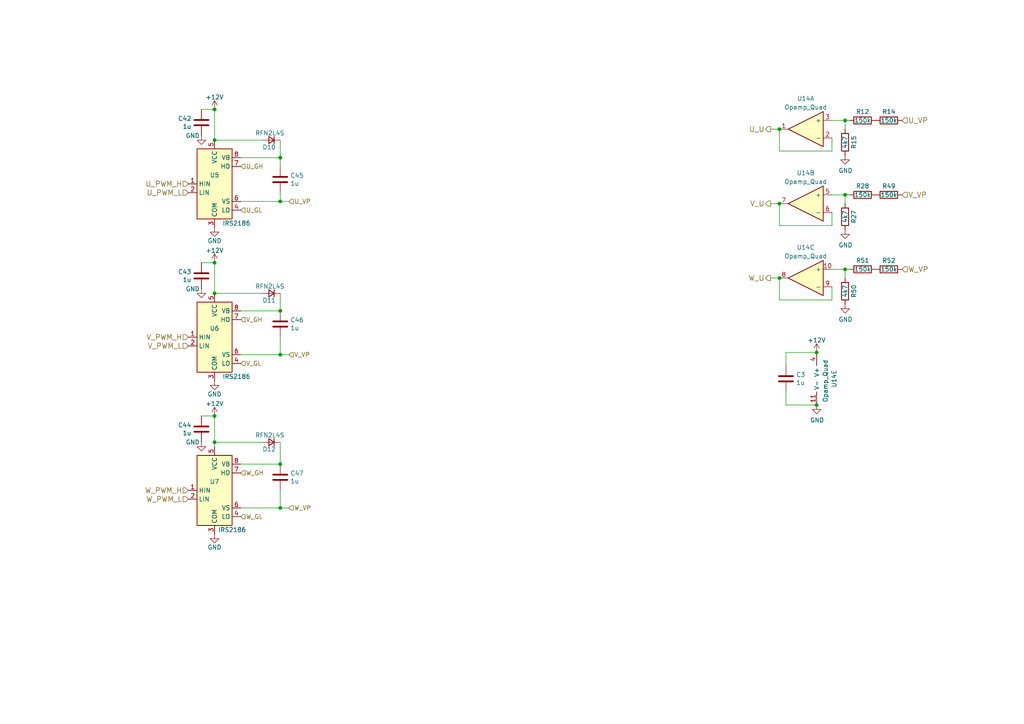
<source format=kicad_sch>
(kicad_sch (version 20230121) (generator eeschema)
  (paper "A4")
  (title_block (title "HSWR MOSFET Driver") (date "2017-02-05") (rev "4.0"))
  (lib_symbols
    (symbol "Device:C" (pin_numbers hide) (pin_names (offset 0.254))
      (property "Reference" "C" (at 0.635 2.54 0))
      (property "Value" "C" (at 0.635 -2.54 0))
      (symbol "C_0_1"
        (polyline (pts (xy -2.032 -0.762) (xy 2.032 -0.762)) (stroke (width 0.508)))
        (polyline (pts (xy -2.032 0.762) (xy 2.032 0.762)) (stroke (width 0.508)))
      )
      (symbol "C_1_1"
        (pin passive line (at 0 3.81 270) (length 2.794) (name "~") (number "1"))
        (pin passive line (at 0 -3.81 90) (length 2.794) (name "~") (number "2"))
      )
    )
    (symbol "Device:D_Small" (pin_numbers hide) (pin_names (offset 0.254) hide)
      (property "Reference" "D" (at -1.27 2.032 0))
      (property "Value" "D_Small" (at -3.81 -2.032 0))
      (symbol "D_Small_0_1"
        (polyline (pts (xy -0.762 -1.016) (xy -0.762 1.016)) (stroke (width 0.254)))
        (polyline (pts (xy -0.762 0) (xy 0.762 0)))
        (polyline (pts (xy 0.762 -1.016) (xy -0.762 0) (xy 0.762 1.016) (xy 0.762 -1.016)) (stroke (width 0.254)))
      )
      (symbol "D_Small_1_1"
        (pin passive line (at -2.54 0 0) (length 1.778) (name "K") (number "1"))
        (pin passive line (at 2.54 0 180) (length 1.778) (name "A") (number "2"))
      )
    )
    (symbol "Device:Opamp_Quad"
      (property "Reference" "U" (at 0 5.08 0))
      (property "Value" "Opamp_Quad" (at 0 -5.08 0))
      (symbol "Opamp_Quad_1_1"
        (polyline (pts (xy -5.08 5.08) (xy 5.08 0) (xy -5.08 -5.08) (xy -5.08 5.08)) (stroke (width 0.254)) (fill (type background)))
        (pin output line (at 7.62 0 180) (length 2.54) (name "~") (number "1"))
        (pin input line (at -7.62 -2.54 0) (length 2.54) (name "-") (number "2"))
        (pin input line (at -7.62 2.54 0) (length 2.54) (name "+") (number "3"))
      )
      (symbol "Opamp_Quad_2_1"
        (polyline (pts (xy -5.08 5.08) (xy 5.08 0) (xy -5.08 -5.08) (xy -5.08 5.08)) (stroke (width 0.254)) (fill (type background)))
        (pin input line (at -7.62 2.54 0) (length 2.54) (name "+") (number "5"))
        (pin input line (at -7.62 -2.54 0) (length 2.54) (name "-") (number "6"))
        (pin output line (at 7.62 0 180) (length 2.54) (name "~") (number "7"))
      )
      (symbol "Opamp_Quad_3_1"
        (polyline (pts (xy -5.08 5.08) (xy 5.08 0) (xy -5.08 -5.08) (xy -5.08 5.08)) (stroke (width 0.254)) (fill (type background)))
        (pin input line (at -7.62 2.54 0) (length 2.54) (name "+") (number "10"))
        (pin output line (at 7.62 0 180) (length 2.54) (name "~") (number "8"))
        (pin input line (at -7.62 -2.54 0) (length 2.54) (name "-") (number "9"))
      )
      (symbol "Opamp_Quad_4_1"
        (polyline (pts (xy -5.08 5.08) (xy 5.08 0) (xy -5.08 -5.08) (xy -5.08 5.08)) (stroke (width 0.254)) (fill (type background)))
        (pin input line (at -7.62 2.54 0) (length 2.54) (name "+") (number "12"))
        (pin input line (at -7.62 -2.54 0) (length 2.54) (name "-") (number "13"))
        (pin output line (at 7.62 0 180) (length 2.54) (name "~") (number "14"))
      )
      (symbol "Opamp_Quad_5_1"
        (pin power_in line (at -2.54 -7.62 90) (length 3.81) (name "V-") (number "11"))
        (pin power_in line (at -2.54 7.62 270) (length 3.81) (name "V+") (number "4"))
      )
    )
    (symbol "Device:R" (pin_numbers hide) (pin_names (offset 0))
      (property "Reference" "R" (at 2.032 0 90))
      (property "Value" "R" (at 0 0 90))
      (symbol "R_0_1"
        (rectangle (start -1.016 -2.54) (end 1.016 2.54) (stroke (width 0.254)))
      )
      (symbol "R_1_1"
        (pin passive line (at 0 3.81 270) (length 1.27) (name "~") (number "1"))
        (pin passive line (at 0 -3.81 90) (length 1.27) (name "~") (number "2"))
      )
    )
    (symbol "Driver_FET:IRS2186"
      (property "Reference" "U" (at 1.27 13.335 0))
      (property "Value" "IRS2186" (at 1.27 11.43 0))
      (symbol "IRS2186_0_1"
        (rectangle (start -5.08 -10.16) (end 5.08 10.16) (stroke (width 0.254)) (fill (type background)))
      )
      (symbol "IRS2186_1_1"
        (pin input line (at -7.62 0 0) (length 2.54) (name "HIN") (number "1"))
        (pin input line (at -7.62 -2.54 0) (length 2.54) (name "LIN") (number "2"))
        (pin power_in line (at 0 -12.7 90) (length 2.54) (name "COM") (number "3"))
        (pin output line (at 7.62 -7.62 180) (length 2.54) (name "LO") (number "4"))
        (pin power_in line (at 0 12.7 270) (length 2.54) (name "VCC") (number "5"))
        (pin passive line (at 7.62 -5.08 180) (length 2.54) (name "VS") (number "6"))
        (pin output line (at 7.62 5.08 180) (length 2.54) (name "HO") (number "7"))
        (pin passive line (at 7.62 7.62 180) (length 2.54) (name "VB") (number "8"))
      )
    )
    (symbol "power:+12V" (power) (pin_names (offset 0))
      (property "Value" "+12V" (at 0 3.556 0))
      (symbol "+12V_0_1"
        (polyline (pts (xy -0.762 1.27) (xy 0 2.54)))
        (polyline (pts (xy 0 0) (xy 0 2.54)))
        (polyline (pts (xy 0 2.54) (xy 0.762 1.27)))
      )
      (symbol "+12V_1_1"
        (pin power_in line (at 0 0 90) (length 0) hide (name "+12V") (number "1"))
      )
    )
    (symbol "power:GND" (power) (pin_names (offset 0))
      (property "Value" "GND" (at 0 -3.81 0))
      (symbol "GND_0_1"
        (polyline (pts (xy 0 0) (xy 0 -1.27) (xy 1.27 -1.27) (xy 0 -2.54) (xy -1.27 -1.27) (xy 0 -1.27)))
      )
      (symbol "GND_1_1"
        (pin power_in line (at 0 0 270) (length 0) hide (name "GND") (number "1"))
      )
    )
  )
  (junction (at 81.28 58.42))
  (junction (at 81.28 90.17))
  (junction (at 81.28 147.32))
  (junction (at 245.11 34.925))
  (junction (at 62.23 76.2))
  (junction (at 245.11 56.515))
  (junction (at 81.28 45.72))
  (junction (at 226.06 37.465))
  (junction (at 62.23 85.09))
  (junction (at 62.23 120.65))
  (junction (at 236.855 102.235))
  (junction (at 62.23 128.27))
  (junction (at 62.23 40.64))
  (junction (at 226.06 80.645))
  (junction (at 62.23 31.75))
  (junction (at 245.11 78.105))
  (junction (at 226.06 59.055))
  (junction (at 81.28 102.87))
  (junction (at 236.855 117.475))
  (junction (at 81.28 134.62))
  (wire (pts (xy 241.3 65.405) (xy 241.3 61.595)))
  (wire (pts (xy 223.52 80.645) (xy 226.06 80.645)))
  (wire (pts (xy 81.28 102.87) (xy 69.85 102.87)))
  (wire (pts (xy 226.06 86.995) (xy 241.3 86.995)))
  (wire (pts (xy 227.965 113.665) (xy 227.965 117.475)))
  (wire (pts (xy 62.23 128.27) (xy 62.23 120.65)))
  (wire (pts (xy 83.82 58.42) (xy 81.28 58.42)))
  (wire (pts (xy 245.11 56.515) (xy 246.38 56.515)))
  (wire (pts (xy 81.28 45.72) (xy 81.28 48.26)))
  (wire (pts (xy 69.85 134.62) (xy 81.28 134.62)))
  (wire (pts (xy 62.23 85.09) (xy 62.23 76.2)))
  (wire (pts (xy 58.42 76.2) (xy 62.23 76.2)))
  (wire (pts (xy 81.28 128.27) (xy 81.28 134.62)))
  (wire (pts (xy 223.52 59.055) (xy 226.06 59.055)))
  (wire (pts (xy 223.52 37.465) (xy 226.06 37.465)))
  (wire (pts (xy 62.23 129.54) (xy 62.23 128.27)))
  (wire (pts (xy 226.06 43.815) (xy 241.3 43.815)))
  (wire (pts (xy 81.28 58.42) (xy 69.85 58.42)))
  (wire (pts (xy 227.965 102.235) (xy 236.855 102.235)))
  (wire (pts (xy 58.42 31.75) (xy 62.23 31.75)))
  (wire (pts (xy 241.3 86.995) (xy 241.3 83.185)))
  (wire (pts (xy 81.28 55.88) (xy 81.28 58.42)))
  (wire (pts (xy 81.28 40.64) (xy 81.28 45.72)))
  (wire (pts (xy 226.06 37.465) (xy 226.06 43.815)))
  (wire (pts (xy 81.28 97.79) (xy 81.28 102.87)))
  (wire (pts (xy 227.965 117.475) (xy 236.855 117.475)))
  (wire (pts (xy 58.42 120.65) (xy 62.23 120.65)))
  (wire (pts (xy 226.06 80.645) (xy 226.06 86.995)))
  (wire (pts (xy 241.3 34.925) (xy 245.11 34.925)))
  (wire (pts (xy 62.23 40.64) (xy 62.23 31.75)))
  (wire (pts (xy 76.2 85.09) (xy 62.23 85.09)))
  (wire (pts (xy 226.06 65.405) (xy 241.3 65.405)))
  (wire (pts (xy 76.2 128.27) (xy 62.23 128.27)))
  (wire (pts (xy 69.85 45.72) (xy 81.28 45.72)))
  (wire (pts (xy 241.3 78.105) (xy 245.11 78.105)))
  (wire (pts (xy 245.11 78.105) (xy 245.11 80.645)))
  (wire (pts (xy 81.28 147.32) (xy 83.82 147.32)))
  (wire (pts (xy 245.11 34.925) (xy 246.38 34.925)))
  (wire (pts (xy 245.11 78.105) (xy 246.38 78.105)))
  (wire (pts (xy 245.11 34.925) (xy 245.11 37.465)))
  (wire (pts (xy 81.28 142.24) (xy 81.28 147.32)))
  (wire (pts (xy 81.28 85.09) (xy 81.28 90.17)))
  (wire (pts (xy 245.11 56.515) (xy 245.11 59.055)))
  (wire (pts (xy 81.28 147.32) (xy 69.85 147.32)))
  (wire (pts (xy 81.28 102.87) (xy 83.82 102.87)))
  (wire (pts (xy 241.3 56.515) (xy 245.11 56.515)))
  (wire (pts (xy 226.06 59.055) (xy 226.06 65.405)))
  (wire (pts (xy 76.2 40.64) (xy 62.23 40.64)))
  (wire (pts (xy 69.85 90.17) (xy 81.28 90.17)))
  (wire (pts (xy 241.3 43.815) (xy 241.3 40.005)))
  (wire (pts (xy 227.965 106.045) (xy 227.965 102.235)))
  (hierarchical_label "U_GH" (shape input) (at 69.85 48.26 0))
  (hierarchical_label "U_GL" (shape input) (at 69.85 60.96 0))
  (hierarchical_label "U_PWM_L" (shape input) (at 54.61 55.88 180) (effects (font (size 1.524 1.524))))
  (hierarchical_label "V_PWM_L" (shape input) (at 54.61 100.33 180) (effects (font (size 1.524 1.524))))
  (hierarchical_label "U_U" (shape output) (at 223.52 37.465 180) (effects (font (size 1.524 1.524))))
  (hierarchical_label "V_GH" (shape input) (at 69.85 92.71 0))
  (hierarchical_label "V_GL" (shape input) (at 69.85 105.41 0))
  (hierarchical_label "W_VP" (shape input) (at 261.62 78.105 0) (effects (font (size 1.524 1.524))))
  (hierarchical_label "V_VP" (shape input) (at 83.82 102.87 0))
  (hierarchical_label "U_VP" (shape input) (at 83.82 58.42 0))
  (hierarchical_label "U_VP" (shape input) (at 261.62 34.925 0) (effects (font (size 1.524 1.524))))
  (hierarchical_label "V_VP" (shape input) (at 261.62 56.515 0) (effects (font (size 1.524 1.524))))
  (hierarchical_label "V_PWM_H" (shape input) (at 54.61 97.79 180) (effects (font (size 1.524 1.524))))
  (hierarchical_label "W_PWM_L" (shape input) (at 54.61 144.78 180) (effects (font (size 1.524 1.524))))
  (hierarchical_label "U_PWM_H" (shape input) (at 54.61 53.34 180) (effects (font (size 1.524 1.524))))
  (hierarchical_label "W_GL" (shape input) (at 69.85 149.86 0))
  (hierarchical_label "V_U" (shape output) (at 223.52 59.055 180) (effects (font (size 1.524 1.524))))
  (hierarchical_label "W_PWM_H" (shape input) (at 54.61 142.24 180) (effects (font (size 1.524 1.524))))
  (hierarchical_label "W_U" (shape output) (at 223.52 80.645 180) (effects (font (size 1.524 1.524))))
  (hierarchical_label "W_GH" (shape input) (at 69.85 137.16 0))
  (hierarchical_label "W_VP" (shape input) (at 83.82 147.32 0))
  (symbol (lib_id "Device:D_Small") (at 78.74 40.64 180) (unit 1)
    (property "Reference" "D10" (at 80.01 42.672 0) (effects (justify left)))
    (property "Value" "RFN2L4S" (at 82.55 38.608 0) (effects (justify left)))
    (property "Footprint" "Diode_SMD:D_SOD-123" (effects hide))
  )
  (symbol (lib_id "power:+12V") (at 62.23 31.75 0) (unit 1)
    (property "Reference" "#PWR086" (effects hide))
    (property "Value" "+12V" (at 62.23 28.194 0))
  )
  (symbol (lib_id "power:GND") (at 58.42 39.37 0) (unit 1)
    (property "Reference" "#PWR083" (effects hide))
    (property "Value" "GND" (at 55.88 39.37 0))
  )
  (symbol (lib_id "power:GND") (at 62.23 66.04 0) (unit 1)
    (property "Reference" "#PWR087" (effects hide))
    (property "Value" "GND" (at 62.23 69.85 0))
  )
  (symbol (lib_id "Driver_FET:IRS2186") (at 62.23 53.34 0) (unit 1)
    (property "Reference" "U5" (at 62.23 50.8 0))
    (property "Value" "IRS2186" (at 68.58 64.77 0))
    (property "Footprint" "Package_SO:SOIC-8_3.9x4.9mm_P1.27mm" (effects hide))
    (property "Datasheet" "http://www.irf.com/product-info/datasheets/data/irs2186pbf.pdf" (effects hide))
  )
  (symbol (lib_id "Device:C") (at 81.28 52.07 0) (unit 1)
    (property "Reference" "C45" (at 84.201 50.9016 0) (effects (justify left)))
    (property "Value" "1u" (at 84.201 53.213 0) (effects (justify left)))
    (property "Footprint" "Capacitor_SMD:C_0805_2012Metric" (effects hide))
  )
  (symbol (lib_id "Device:C") (at 58.42 35.56 0) (mirror x) (unit 1)
    (property "Reference" "C42" (at 55.5244 34.3916 0) (effects (justify right)))
    (property "Value" "1u" (at 55.5244 36.703 0) (effects (justify right)))
    (property "Footprint" "Capacitor_SMD:C_0805_2012Metric" (effects hide))
  )
  (symbol (lib_id "power:GND") (at 245.11 45.085 0) (unit 1)
    (property "Reference" "#PWR092" (effects hide))
    (property "Value" "GND" (at 245.237 49.4792 0))
  )
  (symbol (lib_id "Device:D_Small") (at 78.74 85.09 180) (unit 1)
    (property "Reference" "D11" (at 80.01 87.122 0) (effects (justify left)))
    (property "Value" "RFN2L4S" (at 82.55 83.058 0) (effects (justify left)))
    (property "Footprint" "Diode_SMD:D_SOD-123" (effects hide))
  )
  (symbol (lib_id "power:+12V") (at 62.23 76.2 0) (unit 1)
    (property "Reference" "#PWR088" (effects hide))
    (property "Value" "+12V" (at 62.23 72.644 0))
  )
  (symbol (lib_id "power:GND") (at 62.23 110.49 0) (unit 1)
    (property "Reference" "#PWR089" (effects hide))
    (property "Value" "GND" (at 62.23 114.3 0))
  )
  (symbol (lib_id "Driver_FET:IRS2186") (at 62.23 97.79 0) (unit 1)
    (property "Reference" "U6" (at 62.23 95.25 0))
    (property "Value" "IRS2186" (at 68.58 109.22 0))
    (property "Footprint" "Package_SO:SOIC-8_3.9x4.9mm_P1.27mm" (effects hide))
    (property "Datasheet" "http://www.irf.com/product-info/datasheets/data/irs2186pbf.pdf" (effects hide))
  )
  (symbol (lib_id "Device:C") (at 81.28 93.98 0) (unit 1)
    (property "Reference" "C46" (at 84.201 92.8116 0) (effects (justify left)))
    (property "Value" "1u" (at 84.201 95.123 0) (effects (justify left)))
    (property "Footprint" "Capacitor_SMD:C_0805_2012Metric" (effects hide))
  )
  (symbol (lib_id "power:GND") (at 58.42 83.82 0) (unit 1)
    (property "Reference" "#PWR084" (effects hide))
    (property "Value" "GND" (at 55.88 83.82 0))
  )
  (symbol (lib_id "Device:C") (at 58.42 80.01 0) (mirror x) (unit 1)
    (property "Reference" "C43" (at 55.5244 78.8416 0) (effects (justify right)))
    (property "Value" "1u" (at 55.5244 81.153 0) (effects (justify right)))
    (property "Footprint" "Capacitor_SMD:C_0805_2012Metric" (effects hide))
  )
  (symbol (lib_id "Device:D_Small") (at 78.74 128.27 180) (unit 1)
    (property "Reference" "D12" (at 80.01 130.302 0) (effects (justify left)))
    (property "Value" "RFN2L4S" (at 82.55 126.238 0) (effects (justify left)))
    (property "Footprint" "Diode_SMD:D_SOD-123" (effects hide))
  )
  (symbol (lib_id "power:+12V") (at 62.23 120.65 0) (unit 1)
    (property "Reference" "#PWR090" (effects hide))
    (property "Value" "+12V" (at 62.23 117.094 0))
  )
  (symbol (lib_id "power:GND") (at 62.23 154.94 0) (unit 1)
    (property "Reference" "#PWR091" (effects hide))
    (property "Value" "GND" (at 62.23 158.75 0))
  )
  (symbol (lib_id "Driver_FET:IRS2186") (at 62.23 142.24 0) (unit 1)
    (property "Reference" "U7" (at 62.23 139.7 0))
    (property "Value" "IRS2186" (at 67.31 153.67 0))
    (property "Footprint" "Package_SO:SOIC-8_3.9x4.9mm_P1.27mm" (effects hide))
    (property "Datasheet" "http://www.irf.com/product-info/datasheets/data/irs2186pbf.pdf" (effects hide))
  )
  (symbol (lib_id "Device:C") (at 81.28 138.43 0) (unit 1)
    (property "Reference" "C47" (at 84.201 137.2616 0) (effects (justify left)))
    (property "Value" "1u" (at 84.201 139.573 0) (effects (justify left)))
    (property "Footprint" "Capacitor_SMD:C_0805_2012Metric" (effects hide))
  )
  (symbol (lib_id "power:GND") (at 58.42 128.27 0) (unit 1)
    (property "Reference" "#PWR085" (effects hide))
    (property "Value" "GND" (at 55.88 128.27 0))
  )
  (symbol (lib_id "Device:C") (at 58.42 124.46 0) (mirror x) (unit 1)
    (property "Reference" "C44" (at 55.5244 123.2916 0) (effects (justify right)))
    (property "Value" "1u" (at 55.5244 125.603 0) (effects (justify right)))
    (property "Footprint" "Capacitor_SMD:C_0805_2012Metric" (effects hide))
  )
  (symbol (lib_id "Device:R") (at 245.11 84.455 0) (mirror x) (unit 1)
    (property "Reference" "R50" (at 247.65 84.455 90))
    (property "Value" "4k7" (at 245.11 84.455 90))
    (property "Footprint" "Resistor_SMD:R_0805_2012Metric" (effects hide))
  )
  (symbol (lib_id "power:GND") (at 245.11 66.675 0) (unit 1)
    (property "Reference" "#PWR05" (effects hide))
    (property "Value" "GND" (at 245.237 71.0692 0))
  )
  (symbol (lib_id "Device:Opamp_Quad") (at 233.68 80.645 0) (mirror y) (unit 3)
    (property "Reference" "U14" (at 233.68 71.755 0))
    (property "Value" "Opamp_Quad" (at 233.68 74.295 0))
    (property "Footprint" "Package_SO:SO-14_3.9x8.65mm_P1.27mm" (effects hide))
  )
  (symbol (lib_id "Device:R") (at 250.19 34.925 90) (unit 1)
    (property "Reference" "R12" (at 250.19 32.385 90))
    (property "Value" "150k" (at 250.19 34.925 90))
    (property "Footprint" "Resistor_SMD:R_0805_2012Metric" (effects hide))
  )
  (symbol (lib_id "Device:Opamp_Quad") (at 233.68 59.055 0) (mirror y) (unit 2)
    (property "Reference" "U14" (at 233.68 50.165 0))
    (property "Value" "Opamp_Quad" (at 233.68 52.705 0))
    (property "Footprint" "Package_SO:SO-14_3.9x8.65mm_P1.27mm" (effects hide))
  )
  (symbol (lib_id "power:+12V") (at 236.855 102.235 0) (unit 1)
    (property "Reference" "#PWR08" (effects hide))
    (property "Value" "+12V" (at 236.855 98.679 0))
    (instances (project "HSWR" (path "" (reference "#PWR08") (unit 1)) (path "" (reference "#PWR086") (unit 1))))
  )
  (symbol (lib_id "Device:R") (at 245.11 62.865 0) (mirror x) (unit 1)
    (property "Reference" "R27" (at 247.65 62.865 90))
    (property "Value" "4k7" (at 245.11 62.865 90))
    (property "Footprint" "Resistor_SMD:R_0805_2012Metric" (effects hide))
  )
  (symbol (lib_id "Device:R") (at 257.81 78.105 90) (unit 1)
    (property "Reference" "R52" (at 257.81 75.565 90))
    (property "Value" "150k" (at 257.81 78.105 90))
    (property "Footprint" "Resistor_SMD:R_0805_2012Metric" (effects hide))
  )
  (symbol (lib_id "Device:R") (at 250.19 56.515 90) (unit 1)
    (property "Reference" "R28" (at 250.19 53.975 90))
    (property "Value" "150k" (at 250.19 56.515 90))
    (property "Footprint" "Resistor_SMD:R_0805_2012Metric" (effects hide))
  )
  (symbol (lib_id "Device:Opamp_Quad") (at 233.68 37.465 0) (mirror y) (unit 1)
    (property "Reference" "U14" (at 233.68 28.575 0))
    (property "Value" "Opamp_Quad" (at 233.68 31.115 0))
    (property "Footprint" "Package_SO:SO-14_3.9x8.65mm_P1.27mm" (effects hide))
  )
  (symbol (lib_id "Device:C") (at 227.965 109.855 0) (unit 1)
    (property "Reference" "C3" (at 230.886 108.6866 0) (effects (justify left)))
    (property "Value" "1u" (at 230.886 110.998 0) (effects (justify left)))
    (property "Footprint" "Capacitor_SMD:C_0805_2012Metric" (effects hide))
  )
  (symbol (lib_id "Device:R") (at 245.11 41.275 0) (mirror x) (unit 1)
    (property "Reference" "R15" (at 247.65 41.275 90))
    (property "Value" "4k7" (at 245.11 41.275 90))
    (property "Footprint" "Resistor_SMD:R_0805_2012Metric" (effects hide))
  )
  (symbol (lib_id "power:GND") (at 245.11 88.265 0) (unit 1)
    (property "Reference" "#PWR06" (effects hide))
    (property "Value" "GND" (at 245.237 92.6592 0))
  )
  (symbol (lib_id "Device:Opamp_Quad") (at 239.395 109.855 0) (unit 5)
    (property "Reference" "U14" (at 241.935 109.855 90))
    (property "Value" "Opamp_Quad" (at 239.395 110.49 90))
    (property "Footprint" "Package_SO:SO-14_3.9x8.65mm_P1.27mm" (effects hide))
  )
  (symbol (lib_id "Device:R") (at 250.19 78.105 90) (unit 1)
    (property "Reference" "R51" (at 250.19 75.565 90))
    (property "Value" "150k" (at 250.19 78.105 90))
    (property "Footprint" "Resistor_SMD:R_0805_2012Metric" (effects hide))
  )
  (symbol (lib_id "power:GND") (at 236.855 117.475 0) (unit 1)
    (property "Reference" "#PWR09" (effects hide))
    (property "Value" "GND" (at 236.982 121.8692 0))
  )
  (symbol (lib_id "Device:R") (at 257.81 34.925 90) (unit 1)
    (property "Reference" "R14" (at 257.81 32.385 90))
    (property "Value" "150k" (at 257.81 34.925 90))
    (property "Footprint" "Resistor_SMD:R_0805_2012Metric" (effects hide))
  )
  (symbol (lib_id "Device:R") (at 257.81 56.515 90) (unit 1)
    (property "Reference" "R49" (at 257.81 53.975 90))
    (property "Value" "150k" (at 257.81 56.515 90))
    (property "Footprint" "Resistor_SMD:R_0805_2012Metric" (effects hide))
  )
)
</source>
